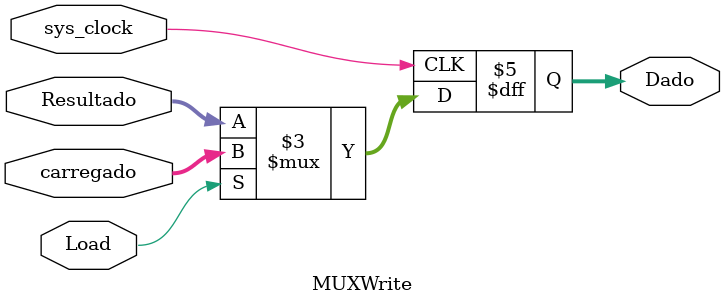
<source format=v>
module MUXWrite (input sys_clock, input Load, input [31:0] carregado, 
input [31:0] Resultado, output reg [31:0] Dado);

always @(posedge sys_clock)
begin
	if (Load)
		Dado = carregado;
	else 
		Dado = Resultado;
end

endmodule
		
</source>
